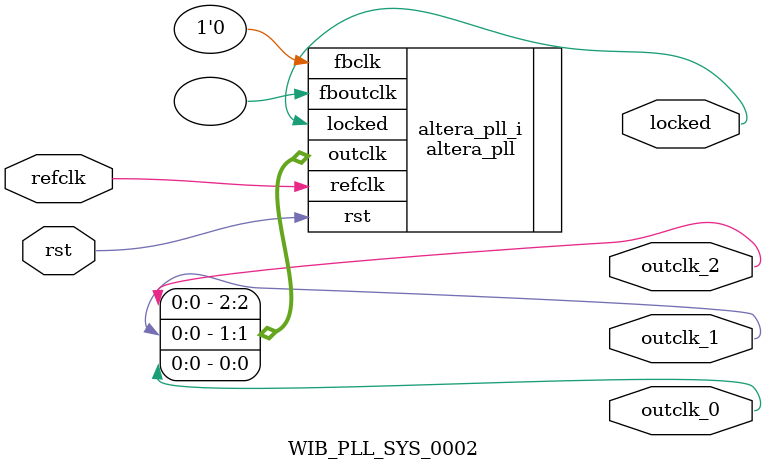
<source format=v>
`timescale 1ns/10ps
module  WIB_PLL_SYS_0002(

	// interface 'refclk'
	input wire refclk,

	// interface 'reset'
	input wire rst,

	// interface 'outclk0'
	output wire outclk_0,

	// interface 'outclk1'
	output wire outclk_1,

	// interface 'outclk2'
	output wire outclk_2,

	// interface 'locked'
	output wire locked
);

	altera_pll #(
		.fractional_vco_multiplier("false"),
		.reference_clock_frequency("50.0 MHz"),
		.operation_mode("direct"),
		.number_of_clocks(3),
		.output_clock_frequency0("100.000000 MHz"),
		.phase_shift0("0 ps"),
		.duty_cycle0(50),
		.output_clock_frequency1("50.000000 MHz"),
		.phase_shift1("0 ps"),
		.duty_cycle1(50),
		.output_clock_frequency2("40.000000 MHz"),
		.phase_shift2("0 ps"),
		.duty_cycle2(50),
		.output_clock_frequency3("0 MHz"),
		.phase_shift3("0 ps"),
		.duty_cycle3(50),
		.output_clock_frequency4("0 MHz"),
		.phase_shift4("0 ps"),
		.duty_cycle4(50),
		.output_clock_frequency5("0 MHz"),
		.phase_shift5("0 ps"),
		.duty_cycle5(50),
		.output_clock_frequency6("0 MHz"),
		.phase_shift6("0 ps"),
		.duty_cycle6(50),
		.output_clock_frequency7("0 MHz"),
		.phase_shift7("0 ps"),
		.duty_cycle7(50),
		.output_clock_frequency8("0 MHz"),
		.phase_shift8("0 ps"),
		.duty_cycle8(50),
		.output_clock_frequency9("0 MHz"),
		.phase_shift9("0 ps"),
		.duty_cycle9(50),
		.output_clock_frequency10("0 MHz"),
		.phase_shift10("0 ps"),
		.duty_cycle10(50),
		.output_clock_frequency11("0 MHz"),
		.phase_shift11("0 ps"),
		.duty_cycle11(50),
		.output_clock_frequency12("0 MHz"),
		.phase_shift12("0 ps"),
		.duty_cycle12(50),
		.output_clock_frequency13("0 MHz"),
		.phase_shift13("0 ps"),
		.duty_cycle13(50),
		.output_clock_frequency14("0 MHz"),
		.phase_shift14("0 ps"),
		.duty_cycle14(50),
		.output_clock_frequency15("0 MHz"),
		.phase_shift15("0 ps"),
		.duty_cycle15(50),
		.output_clock_frequency16("0 MHz"),
		.phase_shift16("0 ps"),
		.duty_cycle16(50),
		.output_clock_frequency17("0 MHz"),
		.phase_shift17("0 ps"),
		.duty_cycle17(50),
		.pll_type("General"),
		.pll_subtype("General")
	) altera_pll_i (
		.rst	(rst),
		.outclk	({outclk_2, outclk_1, outclk_0}),
		.locked	(locked),
		.fboutclk	( ),
		.fbclk	(1'b0),
		.refclk	(refclk)
	);
endmodule


</source>
